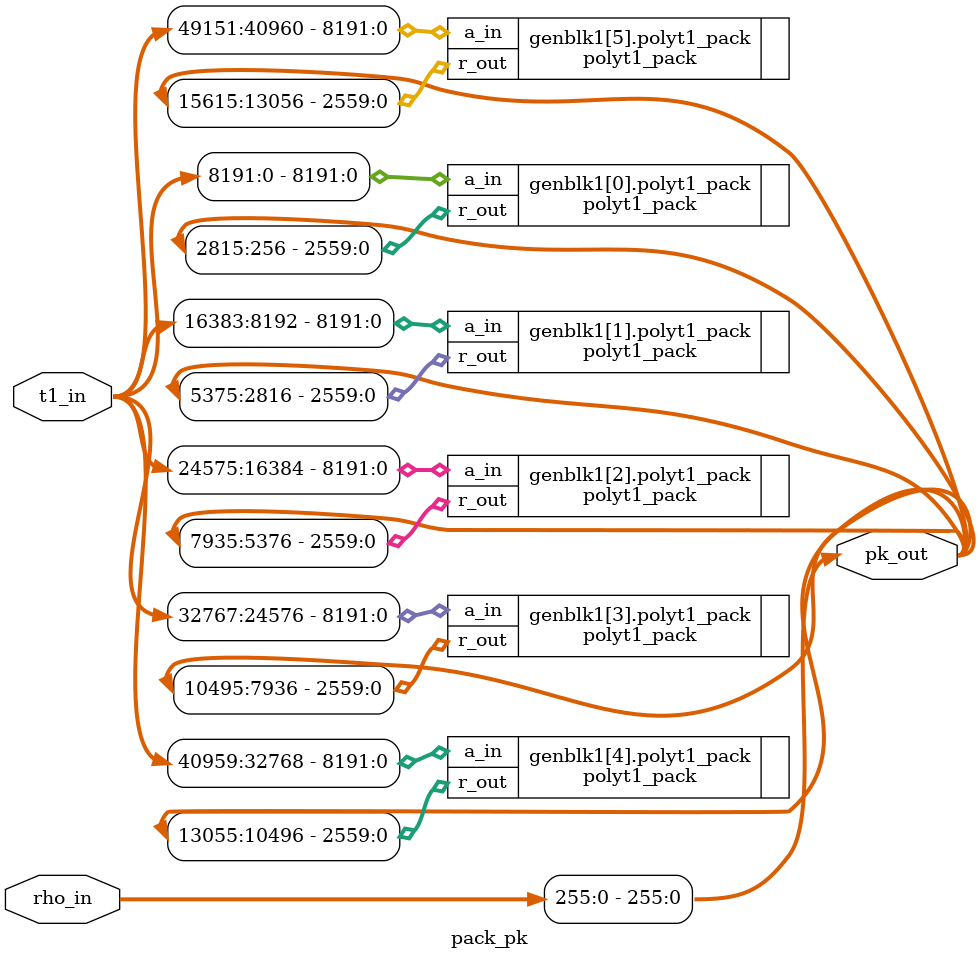
<source format=v>

module pack_pk(
    input [255:0] rho_in,
    input [49151:0] t1_in,
    output [15615:0] pk_out     //uint8_t pk[CRYPTO_PUBLICKEYBYTES=(SEEDBYTES + K*POLYT1_PACKEDBYTES)]
    );                              //                                =256+6*320*8=15616
    
    localparam POLYT1_PACKEDBYTES = 320;
    localparam SEEDBYTES = 32;
    localparam K = 6;
    
    assign pk_out[255:0] = rho_in;
    
    generate
        genvar i;
        for (i = 0; i < K; i = i + 1)
            polyt1_pack polyt1_pack(.a_in(t1_in[8192 * i + 8191:8192 * i]), .r_out(pk_out[8 * POLYT1_PACKEDBYTES * i + 8 * POLYT1_PACKEDBYTES - 1 + 256:8 * POLYT1_PACKEDBYTES * i + 256]));
	endgenerate
	
endmodule
</source>
